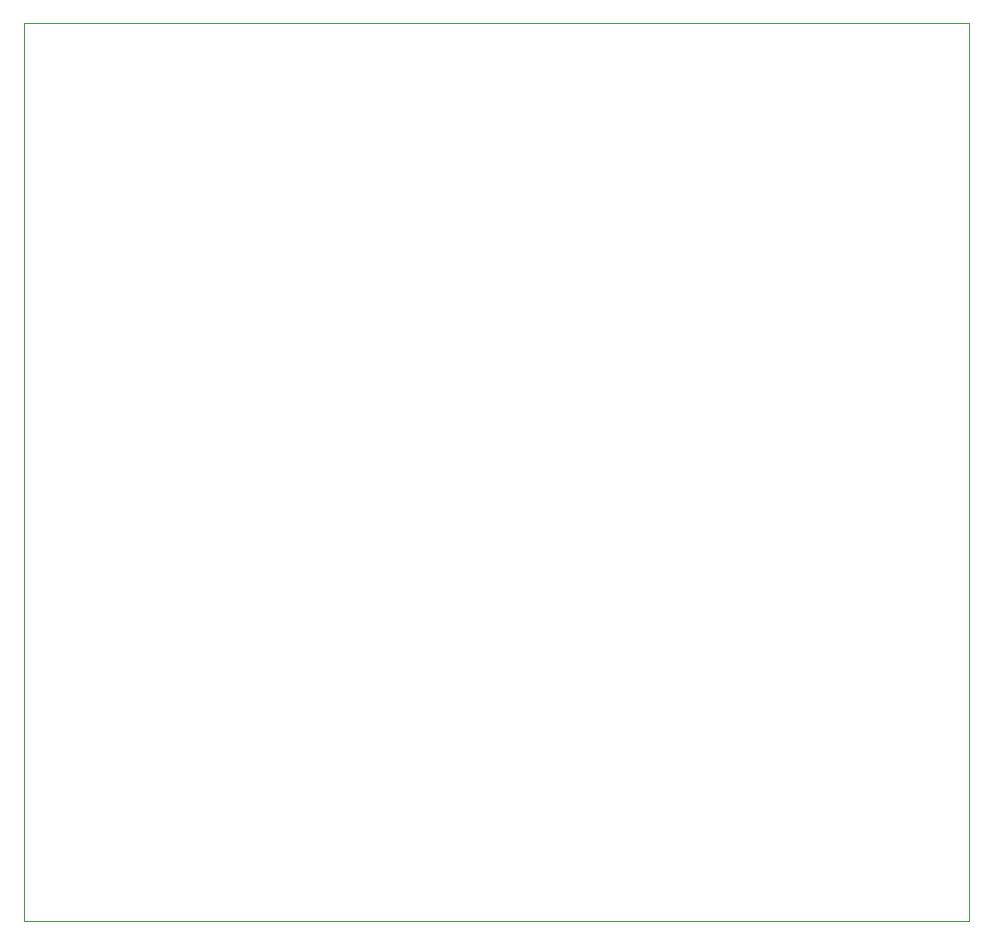
<source format=gbr>
%TF.GenerationSoftware,KiCad,Pcbnew,7.0.10-1.fc39*%
%TF.CreationDate,2024-02-18T17:05:32+01:00*%
%TF.ProjectId,BinaryClock,42696e61-7279-4436-9c6f-636b2e6b6963,rev?*%
%TF.SameCoordinates,Original*%
%TF.FileFunction,Profile,NP*%
%FSLAX46Y46*%
G04 Gerber Fmt 4.6, Leading zero omitted, Abs format (unit mm)*
G04 Created by KiCad (PCBNEW 7.0.10-1.fc39) date 2024-02-18 17:05:32*
%MOMM*%
%LPD*%
G01*
G04 APERTURE LIST*
%TA.AperFunction,Profile*%
%ADD10C,0.100000*%
%TD*%
G04 APERTURE END LIST*
D10*
X75702000Y-27552000D02*
X155702000Y-27552000D01*
X155702000Y-103552000D01*
X75702000Y-103552000D01*
X75702000Y-27552000D01*
M02*

</source>
